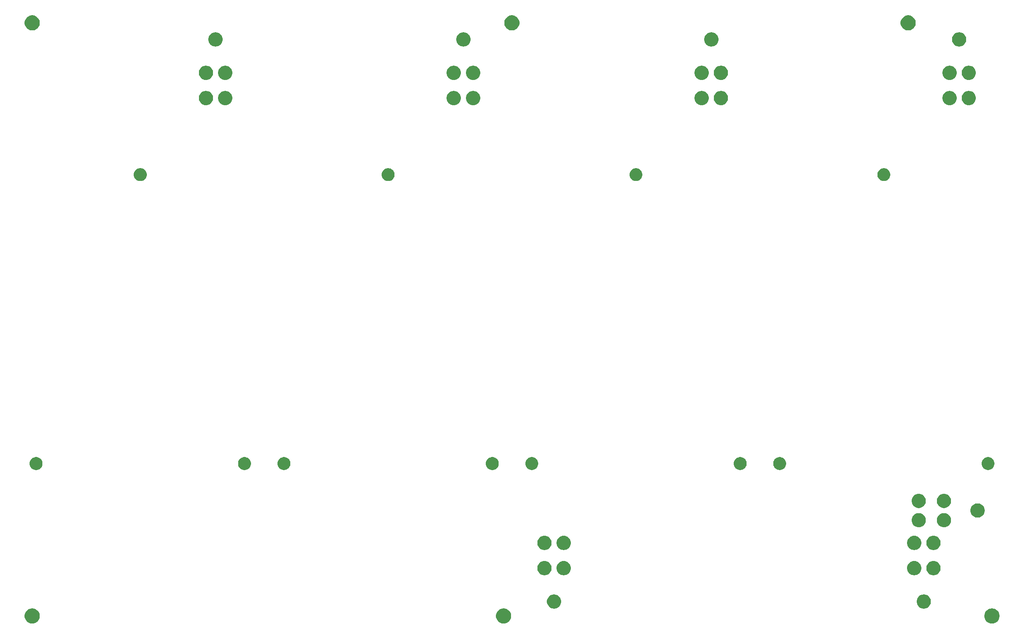
<source format=gbr>
G04 #@! TF.GenerationSoftware,KiCad,Pcbnew,5.1.4-e60b266~84~ubuntu18.04.1*
G04 #@! TF.CreationDate,2019-10-13T11:52:52+02:00*
G04 #@! TF.ProjectId,High_power__DC_DC_board,48696768-5f70-46f7-9765-725f5f44435f,rev?*
G04 #@! TF.SameCoordinates,Original*
G04 #@! TF.FileFunction,Soldermask,Bot*
G04 #@! TF.FilePolarity,Negative*
%FSLAX46Y46*%
G04 Gerber Fmt 4.6, Leading zero omitted, Abs format (unit mm)*
G04 Created by KiCad (PCBNEW 5.1.4-e60b266~84~ubuntu18.04.1) date 2019-10-13 11:52:52*
%MOMM*%
%LPD*%
G04 APERTURE LIST*
%ADD10C,0.100000*%
G04 APERTURE END LIST*
D10*
G36*
X21825256Y-154641298D02*
G01*
X21931579Y-154662447D01*
X22232042Y-154786903D01*
X22502451Y-154967585D01*
X22732415Y-155197549D01*
X22913097Y-155467958D01*
X23037553Y-155768421D01*
X23101000Y-156087391D01*
X23101000Y-156412609D01*
X23037553Y-156731579D01*
X22913097Y-157032042D01*
X22732415Y-157302451D01*
X22502451Y-157532415D01*
X22232042Y-157713097D01*
X21931579Y-157837553D01*
X21825256Y-157858702D01*
X21612611Y-157901000D01*
X21287389Y-157901000D01*
X21074744Y-157858702D01*
X20968421Y-157837553D01*
X20667958Y-157713097D01*
X20397549Y-157532415D01*
X20167585Y-157302451D01*
X19986903Y-157032042D01*
X19862447Y-156731579D01*
X19799000Y-156412609D01*
X19799000Y-156087391D01*
X19862447Y-155768421D01*
X19986903Y-155467958D01*
X20167585Y-155197549D01*
X20397549Y-154967585D01*
X20667958Y-154786903D01*
X20968421Y-154662447D01*
X21074744Y-154641298D01*
X21287389Y-154599000D01*
X21612611Y-154599000D01*
X21825256Y-154641298D01*
X21825256Y-154641298D01*
G37*
G36*
X230925256Y-154641298D02*
G01*
X231031579Y-154662447D01*
X231332042Y-154786903D01*
X231602451Y-154967585D01*
X231832415Y-155197549D01*
X232013097Y-155467958D01*
X232137553Y-155768421D01*
X232201000Y-156087391D01*
X232201000Y-156412609D01*
X232137553Y-156731579D01*
X232013097Y-157032042D01*
X231832415Y-157302451D01*
X231602451Y-157532415D01*
X231332042Y-157713097D01*
X231031579Y-157837553D01*
X230925256Y-157858702D01*
X230712611Y-157901000D01*
X230387389Y-157901000D01*
X230174744Y-157858702D01*
X230068421Y-157837553D01*
X229767958Y-157713097D01*
X229497549Y-157532415D01*
X229267585Y-157302451D01*
X229086903Y-157032042D01*
X228962447Y-156731579D01*
X228899000Y-156412609D01*
X228899000Y-156087391D01*
X228962447Y-155768421D01*
X229086903Y-155467958D01*
X229267585Y-155197549D01*
X229497549Y-154967585D01*
X229767958Y-154786903D01*
X230068421Y-154662447D01*
X230174744Y-154641298D01*
X230387389Y-154599000D01*
X230712611Y-154599000D01*
X230925256Y-154641298D01*
X230925256Y-154641298D01*
G37*
G36*
X124525256Y-154641298D02*
G01*
X124631579Y-154662447D01*
X124932042Y-154786903D01*
X125202451Y-154967585D01*
X125432415Y-155197549D01*
X125613097Y-155467958D01*
X125737553Y-155768421D01*
X125801000Y-156087391D01*
X125801000Y-156412609D01*
X125737553Y-156731579D01*
X125613097Y-157032042D01*
X125432415Y-157302451D01*
X125202451Y-157532415D01*
X124932042Y-157713097D01*
X124631579Y-157837553D01*
X124525256Y-157858702D01*
X124312611Y-157901000D01*
X123987389Y-157901000D01*
X123774744Y-157858702D01*
X123668421Y-157837553D01*
X123367958Y-157713097D01*
X123097549Y-157532415D01*
X122867585Y-157302451D01*
X122686903Y-157032042D01*
X122562447Y-156731579D01*
X122499000Y-156412609D01*
X122499000Y-156087391D01*
X122562447Y-155768421D01*
X122686903Y-155467958D01*
X122867585Y-155197549D01*
X123097549Y-154967585D01*
X123367958Y-154786903D01*
X123668421Y-154662447D01*
X123774744Y-154641298D01*
X123987389Y-154599000D01*
X124312611Y-154599000D01*
X124525256Y-154641298D01*
X124525256Y-154641298D01*
G37*
G36*
X135452585Y-151578802D02*
G01*
X135602410Y-151608604D01*
X135884674Y-151725521D01*
X136138705Y-151895259D01*
X136354741Y-152111295D01*
X136524479Y-152365326D01*
X136641396Y-152647590D01*
X136701000Y-152947240D01*
X136701000Y-153252760D01*
X136641396Y-153552410D01*
X136524479Y-153834674D01*
X136354741Y-154088705D01*
X136138705Y-154304741D01*
X135884674Y-154474479D01*
X135602410Y-154591396D01*
X135452585Y-154621198D01*
X135302761Y-154651000D01*
X134997239Y-154651000D01*
X134847415Y-154621198D01*
X134697590Y-154591396D01*
X134415326Y-154474479D01*
X134161295Y-154304741D01*
X133945259Y-154088705D01*
X133775521Y-153834674D01*
X133658604Y-153552410D01*
X133599000Y-153252760D01*
X133599000Y-152947240D01*
X133658604Y-152647590D01*
X133775521Y-152365326D01*
X133945259Y-152111295D01*
X134161295Y-151895259D01*
X134415326Y-151725521D01*
X134697590Y-151608604D01*
X134847415Y-151578802D01*
X134997239Y-151549000D01*
X135302761Y-151549000D01*
X135452585Y-151578802D01*
X135452585Y-151578802D01*
G37*
G36*
X216002585Y-151578802D02*
G01*
X216152410Y-151608604D01*
X216434674Y-151725521D01*
X216688705Y-151895259D01*
X216904741Y-152111295D01*
X217074479Y-152365326D01*
X217191396Y-152647590D01*
X217251000Y-152947240D01*
X217251000Y-153252760D01*
X217191396Y-153552410D01*
X217074479Y-153834674D01*
X216904741Y-154088705D01*
X216688705Y-154304741D01*
X216434674Y-154474479D01*
X216152410Y-154591396D01*
X216002585Y-154621198D01*
X215852761Y-154651000D01*
X215547239Y-154651000D01*
X215397415Y-154621198D01*
X215247590Y-154591396D01*
X214965326Y-154474479D01*
X214711295Y-154304741D01*
X214495259Y-154088705D01*
X214325521Y-153834674D01*
X214208604Y-153552410D01*
X214149000Y-153252760D01*
X214149000Y-152947240D01*
X214208604Y-152647590D01*
X214325521Y-152365326D01*
X214495259Y-152111295D01*
X214711295Y-151895259D01*
X214965326Y-151725521D01*
X215247590Y-151608604D01*
X215397415Y-151578802D01*
X215547239Y-151549000D01*
X215852761Y-151549000D01*
X216002585Y-151578802D01*
X216002585Y-151578802D01*
G37*
G36*
X218102585Y-144278802D02*
G01*
X218252410Y-144308604D01*
X218534674Y-144425521D01*
X218788705Y-144595259D01*
X219004741Y-144811295D01*
X219174479Y-145065326D01*
X219291396Y-145347590D01*
X219351000Y-145647240D01*
X219351000Y-145952760D01*
X219291396Y-146252410D01*
X219174479Y-146534674D01*
X219004741Y-146788705D01*
X218788705Y-147004741D01*
X218534674Y-147174479D01*
X218252410Y-147291396D01*
X218102585Y-147321198D01*
X217952761Y-147351000D01*
X217647239Y-147351000D01*
X217497415Y-147321198D01*
X217347590Y-147291396D01*
X217065326Y-147174479D01*
X216811295Y-147004741D01*
X216595259Y-146788705D01*
X216425521Y-146534674D01*
X216308604Y-146252410D01*
X216249000Y-145952760D01*
X216249000Y-145647240D01*
X216308604Y-145347590D01*
X216425521Y-145065326D01*
X216595259Y-144811295D01*
X216811295Y-144595259D01*
X217065326Y-144425521D01*
X217347590Y-144308604D01*
X217497415Y-144278802D01*
X217647239Y-144249000D01*
X217952761Y-144249000D01*
X218102585Y-144278802D01*
X218102585Y-144278802D01*
G37*
G36*
X213902585Y-144278802D02*
G01*
X214052410Y-144308604D01*
X214334674Y-144425521D01*
X214588705Y-144595259D01*
X214804741Y-144811295D01*
X214974479Y-145065326D01*
X215091396Y-145347590D01*
X215151000Y-145647240D01*
X215151000Y-145952760D01*
X215091396Y-146252410D01*
X214974479Y-146534674D01*
X214804741Y-146788705D01*
X214588705Y-147004741D01*
X214334674Y-147174479D01*
X214052410Y-147291396D01*
X213902585Y-147321198D01*
X213752761Y-147351000D01*
X213447239Y-147351000D01*
X213297415Y-147321198D01*
X213147590Y-147291396D01*
X212865326Y-147174479D01*
X212611295Y-147004741D01*
X212395259Y-146788705D01*
X212225521Y-146534674D01*
X212108604Y-146252410D01*
X212049000Y-145952760D01*
X212049000Y-145647240D01*
X212108604Y-145347590D01*
X212225521Y-145065326D01*
X212395259Y-144811295D01*
X212611295Y-144595259D01*
X212865326Y-144425521D01*
X213147590Y-144308604D01*
X213297415Y-144278802D01*
X213447239Y-144249000D01*
X213752761Y-144249000D01*
X213902585Y-144278802D01*
X213902585Y-144278802D01*
G37*
G36*
X133352585Y-144278802D02*
G01*
X133502410Y-144308604D01*
X133784674Y-144425521D01*
X134038705Y-144595259D01*
X134254741Y-144811295D01*
X134424479Y-145065326D01*
X134541396Y-145347590D01*
X134601000Y-145647240D01*
X134601000Y-145952760D01*
X134541396Y-146252410D01*
X134424479Y-146534674D01*
X134254741Y-146788705D01*
X134038705Y-147004741D01*
X133784674Y-147174479D01*
X133502410Y-147291396D01*
X133352585Y-147321198D01*
X133202761Y-147351000D01*
X132897239Y-147351000D01*
X132747415Y-147321198D01*
X132597590Y-147291396D01*
X132315326Y-147174479D01*
X132061295Y-147004741D01*
X131845259Y-146788705D01*
X131675521Y-146534674D01*
X131558604Y-146252410D01*
X131499000Y-145952760D01*
X131499000Y-145647240D01*
X131558604Y-145347590D01*
X131675521Y-145065326D01*
X131845259Y-144811295D01*
X132061295Y-144595259D01*
X132315326Y-144425521D01*
X132597590Y-144308604D01*
X132747415Y-144278802D01*
X132897239Y-144249000D01*
X133202761Y-144249000D01*
X133352585Y-144278802D01*
X133352585Y-144278802D01*
G37*
G36*
X137552585Y-144278802D02*
G01*
X137702410Y-144308604D01*
X137984674Y-144425521D01*
X138238705Y-144595259D01*
X138454741Y-144811295D01*
X138624479Y-145065326D01*
X138741396Y-145347590D01*
X138801000Y-145647240D01*
X138801000Y-145952760D01*
X138741396Y-146252410D01*
X138624479Y-146534674D01*
X138454741Y-146788705D01*
X138238705Y-147004741D01*
X137984674Y-147174479D01*
X137702410Y-147291396D01*
X137552585Y-147321198D01*
X137402761Y-147351000D01*
X137097239Y-147351000D01*
X136947415Y-147321198D01*
X136797590Y-147291396D01*
X136515326Y-147174479D01*
X136261295Y-147004741D01*
X136045259Y-146788705D01*
X135875521Y-146534674D01*
X135758604Y-146252410D01*
X135699000Y-145952760D01*
X135699000Y-145647240D01*
X135758604Y-145347590D01*
X135875521Y-145065326D01*
X136045259Y-144811295D01*
X136261295Y-144595259D01*
X136515326Y-144425521D01*
X136797590Y-144308604D01*
X136947415Y-144278802D01*
X137097239Y-144249000D01*
X137402761Y-144249000D01*
X137552585Y-144278802D01*
X137552585Y-144278802D01*
G37*
G36*
X213902585Y-138778802D02*
G01*
X214052410Y-138808604D01*
X214334674Y-138925521D01*
X214588705Y-139095259D01*
X214804741Y-139311295D01*
X214974479Y-139565326D01*
X215091396Y-139847590D01*
X215151000Y-140147240D01*
X215151000Y-140452760D01*
X215091396Y-140752410D01*
X214974479Y-141034674D01*
X214804741Y-141288705D01*
X214588705Y-141504741D01*
X214334674Y-141674479D01*
X214052410Y-141791396D01*
X213902585Y-141821198D01*
X213752761Y-141851000D01*
X213447239Y-141851000D01*
X213297415Y-141821198D01*
X213147590Y-141791396D01*
X212865326Y-141674479D01*
X212611295Y-141504741D01*
X212395259Y-141288705D01*
X212225521Y-141034674D01*
X212108604Y-140752410D01*
X212049000Y-140452760D01*
X212049000Y-140147240D01*
X212108604Y-139847590D01*
X212225521Y-139565326D01*
X212395259Y-139311295D01*
X212611295Y-139095259D01*
X212865326Y-138925521D01*
X213147590Y-138808604D01*
X213297415Y-138778802D01*
X213447239Y-138749000D01*
X213752761Y-138749000D01*
X213902585Y-138778802D01*
X213902585Y-138778802D01*
G37*
G36*
X218102585Y-138778802D02*
G01*
X218252410Y-138808604D01*
X218534674Y-138925521D01*
X218788705Y-139095259D01*
X219004741Y-139311295D01*
X219174479Y-139565326D01*
X219291396Y-139847590D01*
X219351000Y-140147240D01*
X219351000Y-140452760D01*
X219291396Y-140752410D01*
X219174479Y-141034674D01*
X219004741Y-141288705D01*
X218788705Y-141504741D01*
X218534674Y-141674479D01*
X218252410Y-141791396D01*
X218102585Y-141821198D01*
X217952761Y-141851000D01*
X217647239Y-141851000D01*
X217497415Y-141821198D01*
X217347590Y-141791396D01*
X217065326Y-141674479D01*
X216811295Y-141504741D01*
X216595259Y-141288705D01*
X216425521Y-141034674D01*
X216308604Y-140752410D01*
X216249000Y-140452760D01*
X216249000Y-140147240D01*
X216308604Y-139847590D01*
X216425521Y-139565326D01*
X216595259Y-139311295D01*
X216811295Y-139095259D01*
X217065326Y-138925521D01*
X217347590Y-138808604D01*
X217497415Y-138778802D01*
X217647239Y-138749000D01*
X217952761Y-138749000D01*
X218102585Y-138778802D01*
X218102585Y-138778802D01*
G37*
G36*
X133352585Y-138778802D02*
G01*
X133502410Y-138808604D01*
X133784674Y-138925521D01*
X134038705Y-139095259D01*
X134254741Y-139311295D01*
X134424479Y-139565326D01*
X134541396Y-139847590D01*
X134601000Y-140147240D01*
X134601000Y-140452760D01*
X134541396Y-140752410D01*
X134424479Y-141034674D01*
X134254741Y-141288705D01*
X134038705Y-141504741D01*
X133784674Y-141674479D01*
X133502410Y-141791396D01*
X133352585Y-141821198D01*
X133202761Y-141851000D01*
X132897239Y-141851000D01*
X132747415Y-141821198D01*
X132597590Y-141791396D01*
X132315326Y-141674479D01*
X132061295Y-141504741D01*
X131845259Y-141288705D01*
X131675521Y-141034674D01*
X131558604Y-140752410D01*
X131499000Y-140452760D01*
X131499000Y-140147240D01*
X131558604Y-139847590D01*
X131675521Y-139565326D01*
X131845259Y-139311295D01*
X132061295Y-139095259D01*
X132315326Y-138925521D01*
X132597590Y-138808604D01*
X132747415Y-138778802D01*
X132897239Y-138749000D01*
X133202761Y-138749000D01*
X133352585Y-138778802D01*
X133352585Y-138778802D01*
G37*
G36*
X137552585Y-138778802D02*
G01*
X137702410Y-138808604D01*
X137984674Y-138925521D01*
X138238705Y-139095259D01*
X138454741Y-139311295D01*
X138624479Y-139565326D01*
X138741396Y-139847590D01*
X138801000Y-140147240D01*
X138801000Y-140452760D01*
X138741396Y-140752410D01*
X138624479Y-141034674D01*
X138454741Y-141288705D01*
X138238705Y-141504741D01*
X137984674Y-141674479D01*
X137702410Y-141791396D01*
X137552585Y-141821198D01*
X137402761Y-141851000D01*
X137097239Y-141851000D01*
X136947415Y-141821198D01*
X136797590Y-141791396D01*
X136515326Y-141674479D01*
X136261295Y-141504741D01*
X136045259Y-141288705D01*
X135875521Y-141034674D01*
X135758604Y-140752410D01*
X135699000Y-140452760D01*
X135699000Y-140147240D01*
X135758604Y-139847590D01*
X135875521Y-139565326D01*
X136045259Y-139311295D01*
X136261295Y-139095259D01*
X136515326Y-138925521D01*
X136797590Y-138808604D01*
X136947415Y-138778802D01*
X137097239Y-138749000D01*
X137402761Y-138749000D01*
X137552585Y-138778802D01*
X137552585Y-138778802D01*
G37*
G36*
X220402585Y-133828802D02*
G01*
X220552410Y-133858604D01*
X220834674Y-133975521D01*
X221088705Y-134145259D01*
X221304741Y-134361295D01*
X221474479Y-134615326D01*
X221591396Y-134897590D01*
X221651000Y-135197240D01*
X221651000Y-135502760D01*
X221591396Y-135802410D01*
X221474479Y-136084674D01*
X221304741Y-136338705D01*
X221088705Y-136554741D01*
X220834674Y-136724479D01*
X220552410Y-136841396D01*
X220402585Y-136871198D01*
X220252761Y-136901000D01*
X219947239Y-136901000D01*
X219797415Y-136871198D01*
X219647590Y-136841396D01*
X219365326Y-136724479D01*
X219111295Y-136554741D01*
X218895259Y-136338705D01*
X218725521Y-136084674D01*
X218608604Y-135802410D01*
X218549000Y-135502760D01*
X218549000Y-135197240D01*
X218608604Y-134897590D01*
X218725521Y-134615326D01*
X218895259Y-134361295D01*
X219111295Y-134145259D01*
X219365326Y-133975521D01*
X219647590Y-133858604D01*
X219797415Y-133828802D01*
X219947239Y-133799000D01*
X220252761Y-133799000D01*
X220402585Y-133828802D01*
X220402585Y-133828802D01*
G37*
G36*
X214902585Y-133828802D02*
G01*
X215052410Y-133858604D01*
X215334674Y-133975521D01*
X215588705Y-134145259D01*
X215804741Y-134361295D01*
X215974479Y-134615326D01*
X216091396Y-134897590D01*
X216151000Y-135197240D01*
X216151000Y-135502760D01*
X216091396Y-135802410D01*
X215974479Y-136084674D01*
X215804741Y-136338705D01*
X215588705Y-136554741D01*
X215334674Y-136724479D01*
X215052410Y-136841396D01*
X214902585Y-136871198D01*
X214752761Y-136901000D01*
X214447239Y-136901000D01*
X214297415Y-136871198D01*
X214147590Y-136841396D01*
X213865326Y-136724479D01*
X213611295Y-136554741D01*
X213395259Y-136338705D01*
X213225521Y-136084674D01*
X213108604Y-135802410D01*
X213049000Y-135502760D01*
X213049000Y-135197240D01*
X213108604Y-134897590D01*
X213225521Y-134615326D01*
X213395259Y-134361295D01*
X213611295Y-134145259D01*
X213865326Y-133975521D01*
X214147590Y-133858604D01*
X214297415Y-133828802D01*
X214447239Y-133799000D01*
X214752761Y-133799000D01*
X214902585Y-133828802D01*
X214902585Y-133828802D01*
G37*
G36*
X227702585Y-131728802D02*
G01*
X227852410Y-131758604D01*
X228134674Y-131875521D01*
X228388705Y-132045259D01*
X228604741Y-132261295D01*
X228774479Y-132515326D01*
X228891396Y-132797590D01*
X228951000Y-133097240D01*
X228951000Y-133402760D01*
X228891396Y-133702410D01*
X228774479Y-133984674D01*
X228604741Y-134238705D01*
X228388705Y-134454741D01*
X228134674Y-134624479D01*
X227852410Y-134741396D01*
X227702585Y-134771198D01*
X227552761Y-134801000D01*
X227247239Y-134801000D01*
X227097415Y-134771198D01*
X226947590Y-134741396D01*
X226665326Y-134624479D01*
X226411295Y-134454741D01*
X226195259Y-134238705D01*
X226025521Y-133984674D01*
X225908604Y-133702410D01*
X225849000Y-133402760D01*
X225849000Y-133097240D01*
X225908604Y-132797590D01*
X226025521Y-132515326D01*
X226195259Y-132261295D01*
X226411295Y-132045259D01*
X226665326Y-131875521D01*
X226947590Y-131758604D01*
X227097415Y-131728802D01*
X227247239Y-131699000D01*
X227552761Y-131699000D01*
X227702585Y-131728802D01*
X227702585Y-131728802D01*
G37*
G36*
X214902585Y-129628802D02*
G01*
X215052410Y-129658604D01*
X215334674Y-129775521D01*
X215588705Y-129945259D01*
X215804741Y-130161295D01*
X215974479Y-130415326D01*
X216091396Y-130697590D01*
X216151000Y-130997240D01*
X216151000Y-131302760D01*
X216091396Y-131602410D01*
X215974479Y-131884674D01*
X215804741Y-132138705D01*
X215588705Y-132354741D01*
X215334674Y-132524479D01*
X215052410Y-132641396D01*
X214902585Y-132671198D01*
X214752761Y-132701000D01*
X214447239Y-132701000D01*
X214297415Y-132671198D01*
X214147590Y-132641396D01*
X213865326Y-132524479D01*
X213611295Y-132354741D01*
X213395259Y-132138705D01*
X213225521Y-131884674D01*
X213108604Y-131602410D01*
X213049000Y-131302760D01*
X213049000Y-130997240D01*
X213108604Y-130697590D01*
X213225521Y-130415326D01*
X213395259Y-130161295D01*
X213611295Y-129945259D01*
X213865326Y-129775521D01*
X214147590Y-129658604D01*
X214297415Y-129628802D01*
X214447239Y-129599000D01*
X214752761Y-129599000D01*
X214902585Y-129628802D01*
X214902585Y-129628802D01*
G37*
G36*
X220402585Y-129628802D02*
G01*
X220552410Y-129658604D01*
X220834674Y-129775521D01*
X221088705Y-129945259D01*
X221304741Y-130161295D01*
X221474479Y-130415326D01*
X221591396Y-130697590D01*
X221651000Y-130997240D01*
X221651000Y-131302760D01*
X221591396Y-131602410D01*
X221474479Y-131884674D01*
X221304741Y-132138705D01*
X221088705Y-132354741D01*
X220834674Y-132524479D01*
X220552410Y-132641396D01*
X220402585Y-132671198D01*
X220252761Y-132701000D01*
X219947239Y-132701000D01*
X219797415Y-132671198D01*
X219647590Y-132641396D01*
X219365326Y-132524479D01*
X219111295Y-132354741D01*
X218895259Y-132138705D01*
X218725521Y-131884674D01*
X218608604Y-131602410D01*
X218549000Y-131302760D01*
X218549000Y-130997240D01*
X218608604Y-130697590D01*
X218725521Y-130415326D01*
X218895259Y-130161295D01*
X219111295Y-129945259D01*
X219365326Y-129775521D01*
X219647590Y-129658604D01*
X219797415Y-129628802D01*
X219947239Y-129599000D01*
X220252761Y-129599000D01*
X220402585Y-129628802D01*
X220402585Y-129628802D01*
G37*
G36*
X130618433Y-121634893D02*
G01*
X130708657Y-121652839D01*
X130814267Y-121696585D01*
X130963621Y-121758449D01*
X130963622Y-121758450D01*
X131193086Y-121911772D01*
X131388228Y-122106914D01*
X131490675Y-122260237D01*
X131541551Y-122336379D01*
X131647161Y-122591344D01*
X131701000Y-122862012D01*
X131701000Y-123137988D01*
X131647161Y-123408656D01*
X131541551Y-123663621D01*
X131541550Y-123663622D01*
X131388228Y-123893086D01*
X131193086Y-124088228D01*
X131039763Y-124190675D01*
X130963621Y-124241551D01*
X130814267Y-124303415D01*
X130708657Y-124347161D01*
X130618433Y-124365107D01*
X130437988Y-124401000D01*
X130162012Y-124401000D01*
X129981567Y-124365107D01*
X129891343Y-124347161D01*
X129785733Y-124303415D01*
X129636379Y-124241551D01*
X129560237Y-124190675D01*
X129406914Y-124088228D01*
X129211772Y-123893086D01*
X129058450Y-123663622D01*
X129058449Y-123663621D01*
X128952839Y-123408656D01*
X128899000Y-123137988D01*
X128899000Y-122862012D01*
X128952839Y-122591344D01*
X129058449Y-122336379D01*
X129109325Y-122260237D01*
X129211772Y-122106914D01*
X129406914Y-121911772D01*
X129636378Y-121758450D01*
X129636379Y-121758449D01*
X129785733Y-121696585D01*
X129891343Y-121652839D01*
X129981567Y-121634893D01*
X130162012Y-121599000D01*
X130437988Y-121599000D01*
X130618433Y-121634893D01*
X130618433Y-121634893D01*
G37*
G36*
X22618433Y-121634893D02*
G01*
X22708657Y-121652839D01*
X22814267Y-121696585D01*
X22963621Y-121758449D01*
X22963622Y-121758450D01*
X23193086Y-121911772D01*
X23388228Y-122106914D01*
X23490675Y-122260237D01*
X23541551Y-122336379D01*
X23647161Y-122591344D01*
X23701000Y-122862012D01*
X23701000Y-123137988D01*
X23647161Y-123408656D01*
X23541551Y-123663621D01*
X23541550Y-123663622D01*
X23388228Y-123893086D01*
X23193086Y-124088228D01*
X23039763Y-124190675D01*
X22963621Y-124241551D01*
X22814267Y-124303415D01*
X22708657Y-124347161D01*
X22618433Y-124365107D01*
X22437988Y-124401000D01*
X22162012Y-124401000D01*
X21981567Y-124365107D01*
X21891343Y-124347161D01*
X21785733Y-124303415D01*
X21636379Y-124241551D01*
X21560237Y-124190675D01*
X21406914Y-124088228D01*
X21211772Y-123893086D01*
X21058450Y-123663622D01*
X21058449Y-123663621D01*
X20952839Y-123408656D01*
X20899000Y-123137988D01*
X20899000Y-122862012D01*
X20952839Y-122591344D01*
X21058449Y-122336379D01*
X21109325Y-122260237D01*
X21211772Y-122106914D01*
X21406914Y-121911772D01*
X21636378Y-121758450D01*
X21636379Y-121758449D01*
X21785733Y-121696585D01*
X21891343Y-121652839D01*
X21981567Y-121634893D01*
X22162012Y-121599000D01*
X22437988Y-121599000D01*
X22618433Y-121634893D01*
X22618433Y-121634893D01*
G37*
G36*
X122018433Y-121634893D02*
G01*
X122108657Y-121652839D01*
X122214267Y-121696585D01*
X122363621Y-121758449D01*
X122363622Y-121758450D01*
X122593086Y-121911772D01*
X122788228Y-122106914D01*
X122890675Y-122260237D01*
X122941551Y-122336379D01*
X123047161Y-122591344D01*
X123101000Y-122862012D01*
X123101000Y-123137988D01*
X123047161Y-123408656D01*
X122941551Y-123663621D01*
X122941550Y-123663622D01*
X122788228Y-123893086D01*
X122593086Y-124088228D01*
X122439763Y-124190675D01*
X122363621Y-124241551D01*
X122214267Y-124303415D01*
X122108657Y-124347161D01*
X122018433Y-124365107D01*
X121837988Y-124401000D01*
X121562012Y-124401000D01*
X121381567Y-124365107D01*
X121291343Y-124347161D01*
X121185733Y-124303415D01*
X121036379Y-124241551D01*
X120960237Y-124190675D01*
X120806914Y-124088228D01*
X120611772Y-123893086D01*
X120458450Y-123663622D01*
X120458449Y-123663621D01*
X120352839Y-123408656D01*
X120299000Y-123137988D01*
X120299000Y-122862012D01*
X120352839Y-122591344D01*
X120458449Y-122336379D01*
X120509325Y-122260237D01*
X120611772Y-122106914D01*
X120806914Y-121911772D01*
X121036378Y-121758450D01*
X121036379Y-121758449D01*
X121185733Y-121696585D01*
X121291343Y-121652839D01*
X121381567Y-121634893D01*
X121562012Y-121599000D01*
X121837988Y-121599000D01*
X122018433Y-121634893D01*
X122018433Y-121634893D01*
G37*
G36*
X76618433Y-121634893D02*
G01*
X76708657Y-121652839D01*
X76814267Y-121696585D01*
X76963621Y-121758449D01*
X76963622Y-121758450D01*
X77193086Y-121911772D01*
X77388228Y-122106914D01*
X77490675Y-122260237D01*
X77541551Y-122336379D01*
X77647161Y-122591344D01*
X77701000Y-122862012D01*
X77701000Y-123137988D01*
X77647161Y-123408656D01*
X77541551Y-123663621D01*
X77541550Y-123663622D01*
X77388228Y-123893086D01*
X77193086Y-124088228D01*
X77039763Y-124190675D01*
X76963621Y-124241551D01*
X76814267Y-124303415D01*
X76708657Y-124347161D01*
X76618433Y-124365107D01*
X76437988Y-124401000D01*
X76162012Y-124401000D01*
X75981567Y-124365107D01*
X75891343Y-124347161D01*
X75785733Y-124303415D01*
X75636379Y-124241551D01*
X75560237Y-124190675D01*
X75406914Y-124088228D01*
X75211772Y-123893086D01*
X75058450Y-123663622D01*
X75058449Y-123663621D01*
X74952839Y-123408656D01*
X74899000Y-123137988D01*
X74899000Y-122862012D01*
X74952839Y-122591344D01*
X75058449Y-122336379D01*
X75109325Y-122260237D01*
X75211772Y-122106914D01*
X75406914Y-121911772D01*
X75636378Y-121758450D01*
X75636379Y-121758449D01*
X75785733Y-121696585D01*
X75891343Y-121652839D01*
X75981567Y-121634893D01*
X76162012Y-121599000D01*
X76437988Y-121599000D01*
X76618433Y-121634893D01*
X76618433Y-121634893D01*
G37*
G36*
X68018433Y-121634893D02*
G01*
X68108657Y-121652839D01*
X68214267Y-121696585D01*
X68363621Y-121758449D01*
X68363622Y-121758450D01*
X68593086Y-121911772D01*
X68788228Y-122106914D01*
X68890675Y-122260237D01*
X68941551Y-122336379D01*
X69047161Y-122591344D01*
X69101000Y-122862012D01*
X69101000Y-123137988D01*
X69047161Y-123408656D01*
X68941551Y-123663621D01*
X68941550Y-123663622D01*
X68788228Y-123893086D01*
X68593086Y-124088228D01*
X68439763Y-124190675D01*
X68363621Y-124241551D01*
X68214267Y-124303415D01*
X68108657Y-124347161D01*
X68018433Y-124365107D01*
X67837988Y-124401000D01*
X67562012Y-124401000D01*
X67381567Y-124365107D01*
X67291343Y-124347161D01*
X67185733Y-124303415D01*
X67036379Y-124241551D01*
X66960237Y-124190675D01*
X66806914Y-124088228D01*
X66611772Y-123893086D01*
X66458450Y-123663622D01*
X66458449Y-123663621D01*
X66352839Y-123408656D01*
X66299000Y-123137988D01*
X66299000Y-122862012D01*
X66352839Y-122591344D01*
X66458449Y-122336379D01*
X66509325Y-122260237D01*
X66611772Y-122106914D01*
X66806914Y-121911772D01*
X67036378Y-121758450D01*
X67036379Y-121758449D01*
X67185733Y-121696585D01*
X67291343Y-121652839D01*
X67381567Y-121634893D01*
X67562012Y-121599000D01*
X67837988Y-121599000D01*
X68018433Y-121634893D01*
X68018433Y-121634893D01*
G37*
G36*
X176018433Y-121634893D02*
G01*
X176108657Y-121652839D01*
X176214267Y-121696585D01*
X176363621Y-121758449D01*
X176363622Y-121758450D01*
X176593086Y-121911772D01*
X176788228Y-122106914D01*
X176890675Y-122260237D01*
X176941551Y-122336379D01*
X177047161Y-122591344D01*
X177101000Y-122862012D01*
X177101000Y-123137988D01*
X177047161Y-123408656D01*
X176941551Y-123663621D01*
X176941550Y-123663622D01*
X176788228Y-123893086D01*
X176593086Y-124088228D01*
X176439763Y-124190675D01*
X176363621Y-124241551D01*
X176214267Y-124303415D01*
X176108657Y-124347161D01*
X176018433Y-124365107D01*
X175837988Y-124401000D01*
X175562012Y-124401000D01*
X175381567Y-124365107D01*
X175291343Y-124347161D01*
X175185733Y-124303415D01*
X175036379Y-124241551D01*
X174960237Y-124190675D01*
X174806914Y-124088228D01*
X174611772Y-123893086D01*
X174458450Y-123663622D01*
X174458449Y-123663621D01*
X174352839Y-123408656D01*
X174299000Y-123137988D01*
X174299000Y-122862012D01*
X174352839Y-122591344D01*
X174458449Y-122336379D01*
X174509325Y-122260237D01*
X174611772Y-122106914D01*
X174806914Y-121911772D01*
X175036378Y-121758450D01*
X175036379Y-121758449D01*
X175185733Y-121696585D01*
X175291343Y-121652839D01*
X175381567Y-121634893D01*
X175562012Y-121599000D01*
X175837988Y-121599000D01*
X176018433Y-121634893D01*
X176018433Y-121634893D01*
G37*
G36*
X184618433Y-121634893D02*
G01*
X184708657Y-121652839D01*
X184814267Y-121696585D01*
X184963621Y-121758449D01*
X184963622Y-121758450D01*
X185193086Y-121911772D01*
X185388228Y-122106914D01*
X185490675Y-122260237D01*
X185541551Y-122336379D01*
X185647161Y-122591344D01*
X185701000Y-122862012D01*
X185701000Y-123137988D01*
X185647161Y-123408656D01*
X185541551Y-123663621D01*
X185541550Y-123663622D01*
X185388228Y-123893086D01*
X185193086Y-124088228D01*
X185039763Y-124190675D01*
X184963621Y-124241551D01*
X184814267Y-124303415D01*
X184708657Y-124347161D01*
X184618433Y-124365107D01*
X184437988Y-124401000D01*
X184162012Y-124401000D01*
X183981567Y-124365107D01*
X183891343Y-124347161D01*
X183785733Y-124303415D01*
X183636379Y-124241551D01*
X183560237Y-124190675D01*
X183406914Y-124088228D01*
X183211772Y-123893086D01*
X183058450Y-123663622D01*
X183058449Y-123663621D01*
X182952839Y-123408656D01*
X182899000Y-123137988D01*
X182899000Y-122862012D01*
X182952839Y-122591344D01*
X183058449Y-122336379D01*
X183109325Y-122260237D01*
X183211772Y-122106914D01*
X183406914Y-121911772D01*
X183636378Y-121758450D01*
X183636379Y-121758449D01*
X183785733Y-121696585D01*
X183891343Y-121652839D01*
X183981567Y-121634893D01*
X184162012Y-121599000D01*
X184437988Y-121599000D01*
X184618433Y-121634893D01*
X184618433Y-121634893D01*
G37*
G36*
X230018433Y-121634893D02*
G01*
X230108657Y-121652839D01*
X230214267Y-121696585D01*
X230363621Y-121758449D01*
X230363622Y-121758450D01*
X230593086Y-121911772D01*
X230788228Y-122106914D01*
X230890675Y-122260237D01*
X230941551Y-122336379D01*
X231047161Y-122591344D01*
X231101000Y-122862012D01*
X231101000Y-123137988D01*
X231047161Y-123408656D01*
X230941551Y-123663621D01*
X230941550Y-123663622D01*
X230788228Y-123893086D01*
X230593086Y-124088228D01*
X230439763Y-124190675D01*
X230363621Y-124241551D01*
X230214267Y-124303415D01*
X230108657Y-124347161D01*
X230018433Y-124365107D01*
X229837988Y-124401000D01*
X229562012Y-124401000D01*
X229381567Y-124365107D01*
X229291343Y-124347161D01*
X229185733Y-124303415D01*
X229036379Y-124241551D01*
X228960237Y-124190675D01*
X228806914Y-124088228D01*
X228611772Y-123893086D01*
X228458450Y-123663622D01*
X228458449Y-123663621D01*
X228352839Y-123408656D01*
X228299000Y-123137988D01*
X228299000Y-122862012D01*
X228352839Y-122591344D01*
X228458449Y-122336379D01*
X228509325Y-122260237D01*
X228611772Y-122106914D01*
X228806914Y-121911772D01*
X229036378Y-121758450D01*
X229036379Y-121758449D01*
X229185733Y-121696585D01*
X229291343Y-121652839D01*
X229381567Y-121634893D01*
X229562012Y-121599000D01*
X229837988Y-121599000D01*
X230018433Y-121634893D01*
X230018433Y-121634893D01*
G37*
G36*
X99318433Y-58634893D02*
G01*
X99408657Y-58652839D01*
X99514267Y-58696585D01*
X99663621Y-58758449D01*
X99663622Y-58758450D01*
X99893086Y-58911772D01*
X100088228Y-59106914D01*
X100190675Y-59260237D01*
X100241551Y-59336379D01*
X100347161Y-59591344D01*
X100401000Y-59862012D01*
X100401000Y-60137988D01*
X100347161Y-60408656D01*
X100241551Y-60663621D01*
X100241550Y-60663622D01*
X100088228Y-60893086D01*
X99893086Y-61088228D01*
X99739763Y-61190675D01*
X99663621Y-61241551D01*
X99514267Y-61303415D01*
X99408657Y-61347161D01*
X99318433Y-61365107D01*
X99137988Y-61401000D01*
X98862012Y-61401000D01*
X98681567Y-61365107D01*
X98591343Y-61347161D01*
X98485733Y-61303415D01*
X98336379Y-61241551D01*
X98260237Y-61190675D01*
X98106914Y-61088228D01*
X97911772Y-60893086D01*
X97758450Y-60663622D01*
X97758449Y-60663621D01*
X97652839Y-60408656D01*
X97599000Y-60137988D01*
X97599000Y-59862012D01*
X97652839Y-59591344D01*
X97758449Y-59336379D01*
X97809325Y-59260237D01*
X97911772Y-59106914D01*
X98106914Y-58911772D01*
X98336378Y-58758450D01*
X98336379Y-58758449D01*
X98485733Y-58696585D01*
X98591343Y-58652839D01*
X98681567Y-58634893D01*
X98862012Y-58599000D01*
X99137988Y-58599000D01*
X99318433Y-58634893D01*
X99318433Y-58634893D01*
G37*
G36*
X45318433Y-58634893D02*
G01*
X45408657Y-58652839D01*
X45514267Y-58696585D01*
X45663621Y-58758449D01*
X45663622Y-58758450D01*
X45893086Y-58911772D01*
X46088228Y-59106914D01*
X46190675Y-59260237D01*
X46241551Y-59336379D01*
X46347161Y-59591344D01*
X46401000Y-59862012D01*
X46401000Y-60137988D01*
X46347161Y-60408656D01*
X46241551Y-60663621D01*
X46241550Y-60663622D01*
X46088228Y-60893086D01*
X45893086Y-61088228D01*
X45739763Y-61190675D01*
X45663621Y-61241551D01*
X45514267Y-61303415D01*
X45408657Y-61347161D01*
X45318433Y-61365107D01*
X45137988Y-61401000D01*
X44862012Y-61401000D01*
X44681567Y-61365107D01*
X44591343Y-61347161D01*
X44485733Y-61303415D01*
X44336379Y-61241551D01*
X44260237Y-61190675D01*
X44106914Y-61088228D01*
X43911772Y-60893086D01*
X43758450Y-60663622D01*
X43758449Y-60663621D01*
X43652839Y-60408656D01*
X43599000Y-60137988D01*
X43599000Y-59862012D01*
X43652839Y-59591344D01*
X43758449Y-59336379D01*
X43809325Y-59260237D01*
X43911772Y-59106914D01*
X44106914Y-58911772D01*
X44336378Y-58758450D01*
X44336379Y-58758449D01*
X44485733Y-58696585D01*
X44591343Y-58652839D01*
X44681567Y-58634893D01*
X44862012Y-58599000D01*
X45137988Y-58599000D01*
X45318433Y-58634893D01*
X45318433Y-58634893D01*
G37*
G36*
X207318433Y-58634893D02*
G01*
X207408657Y-58652839D01*
X207514267Y-58696585D01*
X207663621Y-58758449D01*
X207663622Y-58758450D01*
X207893086Y-58911772D01*
X208088228Y-59106914D01*
X208190675Y-59260237D01*
X208241551Y-59336379D01*
X208347161Y-59591344D01*
X208401000Y-59862012D01*
X208401000Y-60137988D01*
X208347161Y-60408656D01*
X208241551Y-60663621D01*
X208241550Y-60663622D01*
X208088228Y-60893086D01*
X207893086Y-61088228D01*
X207739763Y-61190675D01*
X207663621Y-61241551D01*
X207514267Y-61303415D01*
X207408657Y-61347161D01*
X207318433Y-61365107D01*
X207137988Y-61401000D01*
X206862012Y-61401000D01*
X206681567Y-61365107D01*
X206591343Y-61347161D01*
X206485733Y-61303415D01*
X206336379Y-61241551D01*
X206260237Y-61190675D01*
X206106914Y-61088228D01*
X205911772Y-60893086D01*
X205758450Y-60663622D01*
X205758449Y-60663621D01*
X205652839Y-60408656D01*
X205599000Y-60137988D01*
X205599000Y-59862012D01*
X205652839Y-59591344D01*
X205758449Y-59336379D01*
X205809325Y-59260237D01*
X205911772Y-59106914D01*
X206106914Y-58911772D01*
X206336378Y-58758450D01*
X206336379Y-58758449D01*
X206485733Y-58696585D01*
X206591343Y-58652839D01*
X206681567Y-58634893D01*
X206862012Y-58599000D01*
X207137988Y-58599000D01*
X207318433Y-58634893D01*
X207318433Y-58634893D01*
G37*
G36*
X153318433Y-58634893D02*
G01*
X153408657Y-58652839D01*
X153514267Y-58696585D01*
X153663621Y-58758449D01*
X153663622Y-58758450D01*
X153893086Y-58911772D01*
X154088228Y-59106914D01*
X154190675Y-59260237D01*
X154241551Y-59336379D01*
X154347161Y-59591344D01*
X154401000Y-59862012D01*
X154401000Y-60137988D01*
X154347161Y-60408656D01*
X154241551Y-60663621D01*
X154241550Y-60663622D01*
X154088228Y-60893086D01*
X153893086Y-61088228D01*
X153739763Y-61190675D01*
X153663621Y-61241551D01*
X153514267Y-61303415D01*
X153408657Y-61347161D01*
X153318433Y-61365107D01*
X153137988Y-61401000D01*
X152862012Y-61401000D01*
X152681567Y-61365107D01*
X152591343Y-61347161D01*
X152485733Y-61303415D01*
X152336379Y-61241551D01*
X152260237Y-61190675D01*
X152106914Y-61088228D01*
X151911772Y-60893086D01*
X151758450Y-60663622D01*
X151758449Y-60663621D01*
X151652839Y-60408656D01*
X151599000Y-60137988D01*
X151599000Y-59862012D01*
X151652839Y-59591344D01*
X151758449Y-59336379D01*
X151809325Y-59260237D01*
X151911772Y-59106914D01*
X152106914Y-58911772D01*
X152336378Y-58758450D01*
X152336379Y-58758449D01*
X152485733Y-58696585D01*
X152591343Y-58652839D01*
X152681567Y-58634893D01*
X152862012Y-58599000D01*
X153137988Y-58599000D01*
X153318433Y-58634893D01*
X153318433Y-58634893D01*
G37*
G36*
X117802585Y-41778802D02*
G01*
X117952410Y-41808604D01*
X118234674Y-41925521D01*
X118488705Y-42095259D01*
X118704741Y-42311295D01*
X118874479Y-42565326D01*
X118991396Y-42847590D01*
X119051000Y-43147240D01*
X119051000Y-43452760D01*
X118991396Y-43752410D01*
X118874479Y-44034674D01*
X118704741Y-44288705D01*
X118488705Y-44504741D01*
X118234674Y-44674479D01*
X117952410Y-44791396D01*
X117802585Y-44821198D01*
X117652761Y-44851000D01*
X117347239Y-44851000D01*
X117197415Y-44821198D01*
X117047590Y-44791396D01*
X116765326Y-44674479D01*
X116511295Y-44504741D01*
X116295259Y-44288705D01*
X116125521Y-44034674D01*
X116008604Y-43752410D01*
X115949000Y-43452760D01*
X115949000Y-43147240D01*
X116008604Y-42847590D01*
X116125521Y-42565326D01*
X116295259Y-42311295D01*
X116511295Y-42095259D01*
X116765326Y-41925521D01*
X117047590Y-41808604D01*
X117197415Y-41778802D01*
X117347239Y-41749000D01*
X117652761Y-41749000D01*
X117802585Y-41778802D01*
X117802585Y-41778802D01*
G37*
G36*
X221602585Y-41778802D02*
G01*
X221752410Y-41808604D01*
X222034674Y-41925521D01*
X222288705Y-42095259D01*
X222504741Y-42311295D01*
X222674479Y-42565326D01*
X222791396Y-42847590D01*
X222851000Y-43147240D01*
X222851000Y-43452760D01*
X222791396Y-43752410D01*
X222674479Y-44034674D01*
X222504741Y-44288705D01*
X222288705Y-44504741D01*
X222034674Y-44674479D01*
X221752410Y-44791396D01*
X221602585Y-44821198D01*
X221452761Y-44851000D01*
X221147239Y-44851000D01*
X220997415Y-44821198D01*
X220847590Y-44791396D01*
X220565326Y-44674479D01*
X220311295Y-44504741D01*
X220095259Y-44288705D01*
X219925521Y-44034674D01*
X219808604Y-43752410D01*
X219749000Y-43452760D01*
X219749000Y-43147240D01*
X219808604Y-42847590D01*
X219925521Y-42565326D01*
X220095259Y-42311295D01*
X220311295Y-42095259D01*
X220565326Y-41925521D01*
X220847590Y-41808604D01*
X220997415Y-41778802D01*
X221147239Y-41749000D01*
X221452761Y-41749000D01*
X221602585Y-41778802D01*
X221602585Y-41778802D01*
G37*
G36*
X225802585Y-41778802D02*
G01*
X225952410Y-41808604D01*
X226234674Y-41925521D01*
X226488705Y-42095259D01*
X226704741Y-42311295D01*
X226874479Y-42565326D01*
X226991396Y-42847590D01*
X227051000Y-43147240D01*
X227051000Y-43452760D01*
X226991396Y-43752410D01*
X226874479Y-44034674D01*
X226704741Y-44288705D01*
X226488705Y-44504741D01*
X226234674Y-44674479D01*
X225952410Y-44791396D01*
X225802585Y-44821198D01*
X225652761Y-44851000D01*
X225347239Y-44851000D01*
X225197415Y-44821198D01*
X225047590Y-44791396D01*
X224765326Y-44674479D01*
X224511295Y-44504741D01*
X224295259Y-44288705D01*
X224125521Y-44034674D01*
X224008604Y-43752410D01*
X223949000Y-43452760D01*
X223949000Y-43147240D01*
X224008604Y-42847590D01*
X224125521Y-42565326D01*
X224295259Y-42311295D01*
X224511295Y-42095259D01*
X224765326Y-41925521D01*
X225047590Y-41808604D01*
X225197415Y-41778802D01*
X225347239Y-41749000D01*
X225652761Y-41749000D01*
X225802585Y-41778802D01*
X225802585Y-41778802D01*
G37*
G36*
X167602585Y-41778802D02*
G01*
X167752410Y-41808604D01*
X168034674Y-41925521D01*
X168288705Y-42095259D01*
X168504741Y-42311295D01*
X168674479Y-42565326D01*
X168791396Y-42847590D01*
X168851000Y-43147240D01*
X168851000Y-43452760D01*
X168791396Y-43752410D01*
X168674479Y-44034674D01*
X168504741Y-44288705D01*
X168288705Y-44504741D01*
X168034674Y-44674479D01*
X167752410Y-44791396D01*
X167602585Y-44821198D01*
X167452761Y-44851000D01*
X167147239Y-44851000D01*
X166997415Y-44821198D01*
X166847590Y-44791396D01*
X166565326Y-44674479D01*
X166311295Y-44504741D01*
X166095259Y-44288705D01*
X165925521Y-44034674D01*
X165808604Y-43752410D01*
X165749000Y-43452760D01*
X165749000Y-43147240D01*
X165808604Y-42847590D01*
X165925521Y-42565326D01*
X166095259Y-42311295D01*
X166311295Y-42095259D01*
X166565326Y-41925521D01*
X166847590Y-41808604D01*
X166997415Y-41778802D01*
X167147239Y-41749000D01*
X167452761Y-41749000D01*
X167602585Y-41778802D01*
X167602585Y-41778802D01*
G37*
G36*
X171802585Y-41778802D02*
G01*
X171952410Y-41808604D01*
X172234674Y-41925521D01*
X172488705Y-42095259D01*
X172704741Y-42311295D01*
X172874479Y-42565326D01*
X172991396Y-42847590D01*
X173051000Y-43147240D01*
X173051000Y-43452760D01*
X172991396Y-43752410D01*
X172874479Y-44034674D01*
X172704741Y-44288705D01*
X172488705Y-44504741D01*
X172234674Y-44674479D01*
X171952410Y-44791396D01*
X171802585Y-44821198D01*
X171652761Y-44851000D01*
X171347239Y-44851000D01*
X171197415Y-44821198D01*
X171047590Y-44791396D01*
X170765326Y-44674479D01*
X170511295Y-44504741D01*
X170295259Y-44288705D01*
X170125521Y-44034674D01*
X170008604Y-43752410D01*
X169949000Y-43452760D01*
X169949000Y-43147240D01*
X170008604Y-42847590D01*
X170125521Y-42565326D01*
X170295259Y-42311295D01*
X170511295Y-42095259D01*
X170765326Y-41925521D01*
X171047590Y-41808604D01*
X171197415Y-41778802D01*
X171347239Y-41749000D01*
X171652761Y-41749000D01*
X171802585Y-41778802D01*
X171802585Y-41778802D01*
G37*
G36*
X63802585Y-41778802D02*
G01*
X63952410Y-41808604D01*
X64234674Y-41925521D01*
X64488705Y-42095259D01*
X64704741Y-42311295D01*
X64874479Y-42565326D01*
X64991396Y-42847590D01*
X65051000Y-43147240D01*
X65051000Y-43452760D01*
X64991396Y-43752410D01*
X64874479Y-44034674D01*
X64704741Y-44288705D01*
X64488705Y-44504741D01*
X64234674Y-44674479D01*
X63952410Y-44791396D01*
X63802585Y-44821198D01*
X63652761Y-44851000D01*
X63347239Y-44851000D01*
X63197415Y-44821198D01*
X63047590Y-44791396D01*
X62765326Y-44674479D01*
X62511295Y-44504741D01*
X62295259Y-44288705D01*
X62125521Y-44034674D01*
X62008604Y-43752410D01*
X61949000Y-43452760D01*
X61949000Y-43147240D01*
X62008604Y-42847590D01*
X62125521Y-42565326D01*
X62295259Y-42311295D01*
X62511295Y-42095259D01*
X62765326Y-41925521D01*
X63047590Y-41808604D01*
X63197415Y-41778802D01*
X63347239Y-41749000D01*
X63652761Y-41749000D01*
X63802585Y-41778802D01*
X63802585Y-41778802D01*
G37*
G36*
X113602585Y-41778802D02*
G01*
X113752410Y-41808604D01*
X114034674Y-41925521D01*
X114288705Y-42095259D01*
X114504741Y-42311295D01*
X114674479Y-42565326D01*
X114791396Y-42847590D01*
X114851000Y-43147240D01*
X114851000Y-43452760D01*
X114791396Y-43752410D01*
X114674479Y-44034674D01*
X114504741Y-44288705D01*
X114288705Y-44504741D01*
X114034674Y-44674479D01*
X113752410Y-44791396D01*
X113602585Y-44821198D01*
X113452761Y-44851000D01*
X113147239Y-44851000D01*
X112997415Y-44821198D01*
X112847590Y-44791396D01*
X112565326Y-44674479D01*
X112311295Y-44504741D01*
X112095259Y-44288705D01*
X111925521Y-44034674D01*
X111808604Y-43752410D01*
X111749000Y-43452760D01*
X111749000Y-43147240D01*
X111808604Y-42847590D01*
X111925521Y-42565326D01*
X112095259Y-42311295D01*
X112311295Y-42095259D01*
X112565326Y-41925521D01*
X112847590Y-41808604D01*
X112997415Y-41778802D01*
X113147239Y-41749000D01*
X113452761Y-41749000D01*
X113602585Y-41778802D01*
X113602585Y-41778802D01*
G37*
G36*
X59602585Y-41778802D02*
G01*
X59752410Y-41808604D01*
X60034674Y-41925521D01*
X60288705Y-42095259D01*
X60504741Y-42311295D01*
X60674479Y-42565326D01*
X60791396Y-42847590D01*
X60851000Y-43147240D01*
X60851000Y-43452760D01*
X60791396Y-43752410D01*
X60674479Y-44034674D01*
X60504741Y-44288705D01*
X60288705Y-44504741D01*
X60034674Y-44674479D01*
X59752410Y-44791396D01*
X59602585Y-44821198D01*
X59452761Y-44851000D01*
X59147239Y-44851000D01*
X58997415Y-44821198D01*
X58847590Y-44791396D01*
X58565326Y-44674479D01*
X58311295Y-44504741D01*
X58095259Y-44288705D01*
X57925521Y-44034674D01*
X57808604Y-43752410D01*
X57749000Y-43452760D01*
X57749000Y-43147240D01*
X57808604Y-42847590D01*
X57925521Y-42565326D01*
X58095259Y-42311295D01*
X58311295Y-42095259D01*
X58565326Y-41925521D01*
X58847590Y-41808604D01*
X58997415Y-41778802D01*
X59147239Y-41749000D01*
X59452761Y-41749000D01*
X59602585Y-41778802D01*
X59602585Y-41778802D01*
G37*
G36*
X117802585Y-36278802D02*
G01*
X117952410Y-36308604D01*
X118234674Y-36425521D01*
X118488705Y-36595259D01*
X118704741Y-36811295D01*
X118874479Y-37065326D01*
X118991396Y-37347590D01*
X119051000Y-37647240D01*
X119051000Y-37952760D01*
X118991396Y-38252410D01*
X118874479Y-38534674D01*
X118704741Y-38788705D01*
X118488705Y-39004741D01*
X118234674Y-39174479D01*
X117952410Y-39291396D01*
X117802585Y-39321198D01*
X117652761Y-39351000D01*
X117347239Y-39351000D01*
X117197415Y-39321198D01*
X117047590Y-39291396D01*
X116765326Y-39174479D01*
X116511295Y-39004741D01*
X116295259Y-38788705D01*
X116125521Y-38534674D01*
X116008604Y-38252410D01*
X115949000Y-37952760D01*
X115949000Y-37647240D01*
X116008604Y-37347590D01*
X116125521Y-37065326D01*
X116295259Y-36811295D01*
X116511295Y-36595259D01*
X116765326Y-36425521D01*
X117047590Y-36308604D01*
X117197415Y-36278802D01*
X117347239Y-36249000D01*
X117652761Y-36249000D01*
X117802585Y-36278802D01*
X117802585Y-36278802D01*
G37*
G36*
X221602585Y-36278802D02*
G01*
X221752410Y-36308604D01*
X222034674Y-36425521D01*
X222288705Y-36595259D01*
X222504741Y-36811295D01*
X222674479Y-37065326D01*
X222791396Y-37347590D01*
X222851000Y-37647240D01*
X222851000Y-37952760D01*
X222791396Y-38252410D01*
X222674479Y-38534674D01*
X222504741Y-38788705D01*
X222288705Y-39004741D01*
X222034674Y-39174479D01*
X221752410Y-39291396D01*
X221602585Y-39321198D01*
X221452761Y-39351000D01*
X221147239Y-39351000D01*
X220997415Y-39321198D01*
X220847590Y-39291396D01*
X220565326Y-39174479D01*
X220311295Y-39004741D01*
X220095259Y-38788705D01*
X219925521Y-38534674D01*
X219808604Y-38252410D01*
X219749000Y-37952760D01*
X219749000Y-37647240D01*
X219808604Y-37347590D01*
X219925521Y-37065326D01*
X220095259Y-36811295D01*
X220311295Y-36595259D01*
X220565326Y-36425521D01*
X220847590Y-36308604D01*
X220997415Y-36278802D01*
X221147239Y-36249000D01*
X221452761Y-36249000D01*
X221602585Y-36278802D01*
X221602585Y-36278802D01*
G37*
G36*
X171802585Y-36278802D02*
G01*
X171952410Y-36308604D01*
X172234674Y-36425521D01*
X172488705Y-36595259D01*
X172704741Y-36811295D01*
X172874479Y-37065326D01*
X172991396Y-37347590D01*
X173051000Y-37647240D01*
X173051000Y-37952760D01*
X172991396Y-38252410D01*
X172874479Y-38534674D01*
X172704741Y-38788705D01*
X172488705Y-39004741D01*
X172234674Y-39174479D01*
X171952410Y-39291396D01*
X171802585Y-39321198D01*
X171652761Y-39351000D01*
X171347239Y-39351000D01*
X171197415Y-39321198D01*
X171047590Y-39291396D01*
X170765326Y-39174479D01*
X170511295Y-39004741D01*
X170295259Y-38788705D01*
X170125521Y-38534674D01*
X170008604Y-38252410D01*
X169949000Y-37952760D01*
X169949000Y-37647240D01*
X170008604Y-37347590D01*
X170125521Y-37065326D01*
X170295259Y-36811295D01*
X170511295Y-36595259D01*
X170765326Y-36425521D01*
X171047590Y-36308604D01*
X171197415Y-36278802D01*
X171347239Y-36249000D01*
X171652761Y-36249000D01*
X171802585Y-36278802D01*
X171802585Y-36278802D01*
G37*
G36*
X59602585Y-36278802D02*
G01*
X59752410Y-36308604D01*
X60034674Y-36425521D01*
X60288705Y-36595259D01*
X60504741Y-36811295D01*
X60674479Y-37065326D01*
X60791396Y-37347590D01*
X60851000Y-37647240D01*
X60851000Y-37952760D01*
X60791396Y-38252410D01*
X60674479Y-38534674D01*
X60504741Y-38788705D01*
X60288705Y-39004741D01*
X60034674Y-39174479D01*
X59752410Y-39291396D01*
X59602585Y-39321198D01*
X59452761Y-39351000D01*
X59147239Y-39351000D01*
X58997415Y-39321198D01*
X58847590Y-39291396D01*
X58565326Y-39174479D01*
X58311295Y-39004741D01*
X58095259Y-38788705D01*
X57925521Y-38534674D01*
X57808604Y-38252410D01*
X57749000Y-37952760D01*
X57749000Y-37647240D01*
X57808604Y-37347590D01*
X57925521Y-37065326D01*
X58095259Y-36811295D01*
X58311295Y-36595259D01*
X58565326Y-36425521D01*
X58847590Y-36308604D01*
X58997415Y-36278802D01*
X59147239Y-36249000D01*
X59452761Y-36249000D01*
X59602585Y-36278802D01*
X59602585Y-36278802D01*
G37*
G36*
X63802585Y-36278802D02*
G01*
X63952410Y-36308604D01*
X64234674Y-36425521D01*
X64488705Y-36595259D01*
X64704741Y-36811295D01*
X64874479Y-37065326D01*
X64991396Y-37347590D01*
X65051000Y-37647240D01*
X65051000Y-37952760D01*
X64991396Y-38252410D01*
X64874479Y-38534674D01*
X64704741Y-38788705D01*
X64488705Y-39004741D01*
X64234674Y-39174479D01*
X63952410Y-39291396D01*
X63802585Y-39321198D01*
X63652761Y-39351000D01*
X63347239Y-39351000D01*
X63197415Y-39321198D01*
X63047590Y-39291396D01*
X62765326Y-39174479D01*
X62511295Y-39004741D01*
X62295259Y-38788705D01*
X62125521Y-38534674D01*
X62008604Y-38252410D01*
X61949000Y-37952760D01*
X61949000Y-37647240D01*
X62008604Y-37347590D01*
X62125521Y-37065326D01*
X62295259Y-36811295D01*
X62511295Y-36595259D01*
X62765326Y-36425521D01*
X63047590Y-36308604D01*
X63197415Y-36278802D01*
X63347239Y-36249000D01*
X63652761Y-36249000D01*
X63802585Y-36278802D01*
X63802585Y-36278802D01*
G37*
G36*
X113602585Y-36278802D02*
G01*
X113752410Y-36308604D01*
X114034674Y-36425521D01*
X114288705Y-36595259D01*
X114504741Y-36811295D01*
X114674479Y-37065326D01*
X114791396Y-37347590D01*
X114851000Y-37647240D01*
X114851000Y-37952760D01*
X114791396Y-38252410D01*
X114674479Y-38534674D01*
X114504741Y-38788705D01*
X114288705Y-39004741D01*
X114034674Y-39174479D01*
X113752410Y-39291396D01*
X113602585Y-39321198D01*
X113452761Y-39351000D01*
X113147239Y-39351000D01*
X112997415Y-39321198D01*
X112847590Y-39291396D01*
X112565326Y-39174479D01*
X112311295Y-39004741D01*
X112095259Y-38788705D01*
X111925521Y-38534674D01*
X111808604Y-38252410D01*
X111749000Y-37952760D01*
X111749000Y-37647240D01*
X111808604Y-37347590D01*
X111925521Y-37065326D01*
X112095259Y-36811295D01*
X112311295Y-36595259D01*
X112565326Y-36425521D01*
X112847590Y-36308604D01*
X112997415Y-36278802D01*
X113147239Y-36249000D01*
X113452761Y-36249000D01*
X113602585Y-36278802D01*
X113602585Y-36278802D01*
G37*
G36*
X167602585Y-36278802D02*
G01*
X167752410Y-36308604D01*
X168034674Y-36425521D01*
X168288705Y-36595259D01*
X168504741Y-36811295D01*
X168674479Y-37065326D01*
X168791396Y-37347590D01*
X168851000Y-37647240D01*
X168851000Y-37952760D01*
X168791396Y-38252410D01*
X168674479Y-38534674D01*
X168504741Y-38788705D01*
X168288705Y-39004741D01*
X168034674Y-39174479D01*
X167752410Y-39291396D01*
X167602585Y-39321198D01*
X167452761Y-39351000D01*
X167147239Y-39351000D01*
X166997415Y-39321198D01*
X166847590Y-39291396D01*
X166565326Y-39174479D01*
X166311295Y-39004741D01*
X166095259Y-38788705D01*
X165925521Y-38534674D01*
X165808604Y-38252410D01*
X165749000Y-37952760D01*
X165749000Y-37647240D01*
X165808604Y-37347590D01*
X165925521Y-37065326D01*
X166095259Y-36811295D01*
X166311295Y-36595259D01*
X166565326Y-36425521D01*
X166847590Y-36308604D01*
X166997415Y-36278802D01*
X167147239Y-36249000D01*
X167452761Y-36249000D01*
X167602585Y-36278802D01*
X167602585Y-36278802D01*
G37*
G36*
X225802585Y-36278802D02*
G01*
X225952410Y-36308604D01*
X226234674Y-36425521D01*
X226488705Y-36595259D01*
X226704741Y-36811295D01*
X226874479Y-37065326D01*
X226991396Y-37347590D01*
X227051000Y-37647240D01*
X227051000Y-37952760D01*
X226991396Y-38252410D01*
X226874479Y-38534674D01*
X226704741Y-38788705D01*
X226488705Y-39004741D01*
X226234674Y-39174479D01*
X225952410Y-39291396D01*
X225802585Y-39321198D01*
X225652761Y-39351000D01*
X225347239Y-39351000D01*
X225197415Y-39321198D01*
X225047590Y-39291396D01*
X224765326Y-39174479D01*
X224511295Y-39004741D01*
X224295259Y-38788705D01*
X224125521Y-38534674D01*
X224008604Y-38252410D01*
X223949000Y-37952760D01*
X223949000Y-37647240D01*
X224008604Y-37347590D01*
X224125521Y-37065326D01*
X224295259Y-36811295D01*
X224511295Y-36595259D01*
X224765326Y-36425521D01*
X225047590Y-36308604D01*
X225197415Y-36278802D01*
X225347239Y-36249000D01*
X225652761Y-36249000D01*
X225802585Y-36278802D01*
X225802585Y-36278802D01*
G37*
G36*
X61702585Y-28978802D02*
G01*
X61852410Y-29008604D01*
X62134674Y-29125521D01*
X62388705Y-29295259D01*
X62604741Y-29511295D01*
X62774479Y-29765326D01*
X62891396Y-30047590D01*
X62951000Y-30347240D01*
X62951000Y-30652760D01*
X62891396Y-30952410D01*
X62774479Y-31234674D01*
X62604741Y-31488705D01*
X62388705Y-31704741D01*
X62134674Y-31874479D01*
X61852410Y-31991396D01*
X61702585Y-32021198D01*
X61552761Y-32051000D01*
X61247239Y-32051000D01*
X61097415Y-32021198D01*
X60947590Y-31991396D01*
X60665326Y-31874479D01*
X60411295Y-31704741D01*
X60195259Y-31488705D01*
X60025521Y-31234674D01*
X59908604Y-30952410D01*
X59849000Y-30652760D01*
X59849000Y-30347240D01*
X59908604Y-30047590D01*
X60025521Y-29765326D01*
X60195259Y-29511295D01*
X60411295Y-29295259D01*
X60665326Y-29125521D01*
X60947590Y-29008604D01*
X61097415Y-28978802D01*
X61247239Y-28949000D01*
X61552761Y-28949000D01*
X61702585Y-28978802D01*
X61702585Y-28978802D01*
G37*
G36*
X169702585Y-28978802D02*
G01*
X169852410Y-29008604D01*
X170134674Y-29125521D01*
X170388705Y-29295259D01*
X170604741Y-29511295D01*
X170774479Y-29765326D01*
X170891396Y-30047590D01*
X170951000Y-30347240D01*
X170951000Y-30652760D01*
X170891396Y-30952410D01*
X170774479Y-31234674D01*
X170604741Y-31488705D01*
X170388705Y-31704741D01*
X170134674Y-31874479D01*
X169852410Y-31991396D01*
X169702585Y-32021198D01*
X169552761Y-32051000D01*
X169247239Y-32051000D01*
X169097415Y-32021198D01*
X168947590Y-31991396D01*
X168665326Y-31874479D01*
X168411295Y-31704741D01*
X168195259Y-31488705D01*
X168025521Y-31234674D01*
X167908604Y-30952410D01*
X167849000Y-30652760D01*
X167849000Y-30347240D01*
X167908604Y-30047590D01*
X168025521Y-29765326D01*
X168195259Y-29511295D01*
X168411295Y-29295259D01*
X168665326Y-29125521D01*
X168947590Y-29008604D01*
X169097415Y-28978802D01*
X169247239Y-28949000D01*
X169552761Y-28949000D01*
X169702585Y-28978802D01*
X169702585Y-28978802D01*
G37*
G36*
X115702585Y-28978802D02*
G01*
X115852410Y-29008604D01*
X116134674Y-29125521D01*
X116388705Y-29295259D01*
X116604741Y-29511295D01*
X116774479Y-29765326D01*
X116891396Y-30047590D01*
X116951000Y-30347240D01*
X116951000Y-30652760D01*
X116891396Y-30952410D01*
X116774479Y-31234674D01*
X116604741Y-31488705D01*
X116388705Y-31704741D01*
X116134674Y-31874479D01*
X115852410Y-31991396D01*
X115702585Y-32021198D01*
X115552761Y-32051000D01*
X115247239Y-32051000D01*
X115097415Y-32021198D01*
X114947590Y-31991396D01*
X114665326Y-31874479D01*
X114411295Y-31704741D01*
X114195259Y-31488705D01*
X114025521Y-31234674D01*
X113908604Y-30952410D01*
X113849000Y-30652760D01*
X113849000Y-30347240D01*
X113908604Y-30047590D01*
X114025521Y-29765326D01*
X114195259Y-29511295D01*
X114411295Y-29295259D01*
X114665326Y-29125521D01*
X114947590Y-29008604D01*
X115097415Y-28978802D01*
X115247239Y-28949000D01*
X115552761Y-28949000D01*
X115702585Y-28978802D01*
X115702585Y-28978802D01*
G37*
G36*
X223702585Y-28978802D02*
G01*
X223852410Y-29008604D01*
X224134674Y-29125521D01*
X224388705Y-29295259D01*
X224604741Y-29511295D01*
X224774479Y-29765326D01*
X224891396Y-30047590D01*
X224951000Y-30347240D01*
X224951000Y-30652760D01*
X224891396Y-30952410D01*
X224774479Y-31234674D01*
X224604741Y-31488705D01*
X224388705Y-31704741D01*
X224134674Y-31874479D01*
X223852410Y-31991396D01*
X223702585Y-32021198D01*
X223552761Y-32051000D01*
X223247239Y-32051000D01*
X223097415Y-32021198D01*
X222947590Y-31991396D01*
X222665326Y-31874479D01*
X222411295Y-31704741D01*
X222195259Y-31488705D01*
X222025521Y-31234674D01*
X221908604Y-30952410D01*
X221849000Y-30652760D01*
X221849000Y-30347240D01*
X221908604Y-30047590D01*
X222025521Y-29765326D01*
X222195259Y-29511295D01*
X222411295Y-29295259D01*
X222665326Y-29125521D01*
X222947590Y-29008604D01*
X223097415Y-28978802D01*
X223247239Y-28949000D01*
X223552761Y-28949000D01*
X223702585Y-28978802D01*
X223702585Y-28978802D01*
G37*
G36*
X212675256Y-25291298D02*
G01*
X212781579Y-25312447D01*
X213082042Y-25436903D01*
X213352451Y-25617585D01*
X213582415Y-25847549D01*
X213763097Y-26117958D01*
X213887553Y-26418421D01*
X213951000Y-26737391D01*
X213951000Y-27062609D01*
X213887553Y-27381579D01*
X213763097Y-27682042D01*
X213582415Y-27952451D01*
X213352451Y-28182415D01*
X213082042Y-28363097D01*
X212781579Y-28487553D01*
X212675256Y-28508702D01*
X212462611Y-28551000D01*
X212137389Y-28551000D01*
X211924744Y-28508702D01*
X211818421Y-28487553D01*
X211517958Y-28363097D01*
X211247549Y-28182415D01*
X211017585Y-27952451D01*
X210836903Y-27682042D01*
X210712447Y-27381579D01*
X210649000Y-27062609D01*
X210649000Y-26737391D01*
X210712447Y-26418421D01*
X210836903Y-26117958D01*
X211017585Y-25847549D01*
X211247549Y-25617585D01*
X211517958Y-25436903D01*
X211818421Y-25312447D01*
X211924744Y-25291298D01*
X212137389Y-25249000D01*
X212462611Y-25249000D01*
X212675256Y-25291298D01*
X212675256Y-25291298D01*
G37*
G36*
X126325256Y-25291298D02*
G01*
X126431579Y-25312447D01*
X126732042Y-25436903D01*
X127002451Y-25617585D01*
X127232415Y-25847549D01*
X127413097Y-26117958D01*
X127537553Y-26418421D01*
X127601000Y-26737391D01*
X127601000Y-27062609D01*
X127537553Y-27381579D01*
X127413097Y-27682042D01*
X127232415Y-27952451D01*
X127002451Y-28182415D01*
X126732042Y-28363097D01*
X126431579Y-28487553D01*
X126325256Y-28508702D01*
X126112611Y-28551000D01*
X125787389Y-28551000D01*
X125574744Y-28508702D01*
X125468421Y-28487553D01*
X125167958Y-28363097D01*
X124897549Y-28182415D01*
X124667585Y-27952451D01*
X124486903Y-27682042D01*
X124362447Y-27381579D01*
X124299000Y-27062609D01*
X124299000Y-26737391D01*
X124362447Y-26418421D01*
X124486903Y-26117958D01*
X124667585Y-25847549D01*
X124897549Y-25617585D01*
X125167958Y-25436903D01*
X125468421Y-25312447D01*
X125574744Y-25291298D01*
X125787389Y-25249000D01*
X126112611Y-25249000D01*
X126325256Y-25291298D01*
X126325256Y-25291298D01*
G37*
G36*
X21825256Y-25291298D02*
G01*
X21931579Y-25312447D01*
X22232042Y-25436903D01*
X22502451Y-25617585D01*
X22732415Y-25847549D01*
X22913097Y-26117958D01*
X23037553Y-26418421D01*
X23101000Y-26737391D01*
X23101000Y-27062609D01*
X23037553Y-27381579D01*
X22913097Y-27682042D01*
X22732415Y-27952451D01*
X22502451Y-28182415D01*
X22232042Y-28363097D01*
X21931579Y-28487553D01*
X21825256Y-28508702D01*
X21612611Y-28551000D01*
X21287389Y-28551000D01*
X21074744Y-28508702D01*
X20968421Y-28487553D01*
X20667958Y-28363097D01*
X20397549Y-28182415D01*
X20167585Y-27952451D01*
X19986903Y-27682042D01*
X19862447Y-27381579D01*
X19799000Y-27062609D01*
X19799000Y-26737391D01*
X19862447Y-26418421D01*
X19986903Y-26117958D01*
X20167585Y-25847549D01*
X20397549Y-25617585D01*
X20667958Y-25436903D01*
X20968421Y-25312447D01*
X21074744Y-25291298D01*
X21287389Y-25249000D01*
X21612611Y-25249000D01*
X21825256Y-25291298D01*
X21825256Y-25291298D01*
G37*
M02*

</source>
